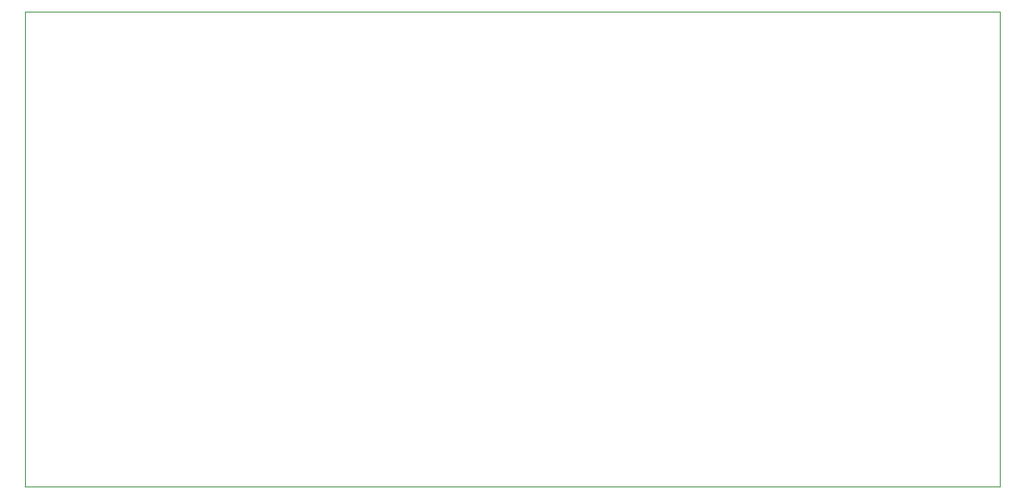
<source format=gbr>
%TF.GenerationSoftware,KiCad,Pcbnew,(5.1.7)-1*%
%TF.CreationDate,2020-10-31T04:10:28-07:00*%
%TF.ProjectId,daughter_board,64617567-6874-4657-925f-626f6172642e,rev?*%
%TF.SameCoordinates,Original*%
%TF.FileFunction,Profile,NP*%
%FSLAX46Y46*%
G04 Gerber Fmt 4.6, Leading zero omitted, Abs format (unit mm)*
G04 Created by KiCad (PCBNEW (5.1.7)-1) date 2020-10-31 04:10:28*
%MOMM*%
%LPD*%
G01*
G04 APERTURE LIST*
%TA.AperFunction,Profile*%
%ADD10C,0.050000*%
%TD*%
G04 APERTURE END LIST*
D10*
X223520000Y-66040000D02*
X124460000Y-66040000D01*
X223520000Y-114300000D02*
X223520000Y-66040000D01*
X124460000Y-114300000D02*
X223520000Y-114300000D01*
X124460000Y-66040000D02*
X124460000Y-114300000D01*
M02*

</source>
